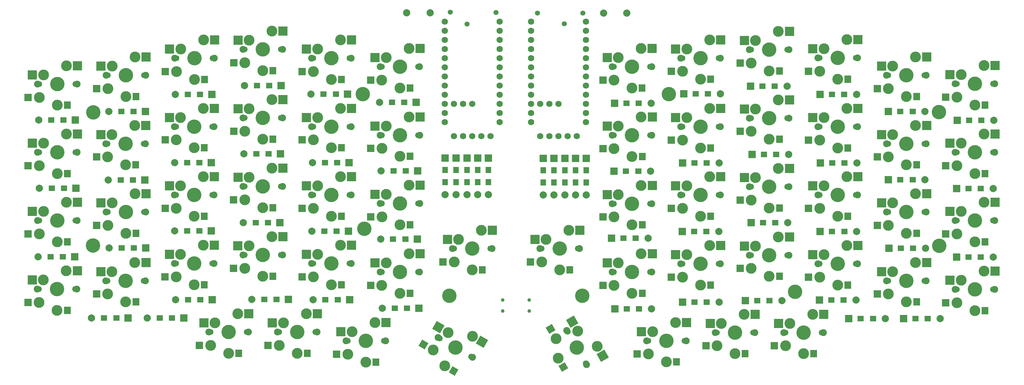
<source format=gbs>
%TF.GenerationSoftware,KiCad,Pcbnew,(6.0.10)*%
%TF.CreationDate,2023-09-30T09:22:21-05:00*%
%TF.ProjectId,RunType58,52756e54-7970-4653-9538-2e6b69636164,rev?*%
%TF.SameCoordinates,Original*%
%TF.FileFunction,Soldermask,Bot*%
%TF.FilePolarity,Negative*%
%FSLAX46Y46*%
G04 Gerber Fmt 4.6, Leading zero omitted, Abs format (unit mm)*
G04 Created by KiCad (PCBNEW (6.0.10)) date 2023-09-30 09:22:21*
%MOMM*%
%LPD*%
G01*
G04 APERTURE LIST*
G04 Aperture macros list*
%AMRotRect*
0 Rectangle, with rotation*
0 The origin of the aperture is its center*
0 $1 length*
0 $2 width*
0 $3 Rotation angle, in degrees counterclockwise*
0 Add horizontal line*
21,1,$1,$2,0,0,$3*%
G04 Aperture macros list end*
%ADD10C,1.397000*%
%ADD11C,4.000000*%
%ADD12C,1.752600*%
%ADD13C,0.100000*%
%ADD14C,1.700000*%
%ADD15C,3.000000*%
%ADD16C,1.900000*%
%ADD17R,2.000000X2.000000*%
%ADD18R,2.500000X2.500000*%
%ADD19R,1.900000X2.000000*%
%ADD20RotRect,2.000000X2.000000X150.000000*%
%ADD21RotRect,2.500000X2.500000X150.000000*%
%ADD22RotRect,1.900000X2.000000X150.000000*%
%ADD23C,2.000000*%
%ADD24R,1.500000X1.800000*%
%ADD25C,1.998980*%
%ADD26R,1.998980X1.998980*%
%ADD27R,1.800000X1.500000*%
%ADD28C,1.000000*%
%ADD29RotRect,2.000000X2.000000X120.000000*%
%ADD30RotRect,2.500000X2.500000X120.000000*%
%ADD31RotRect,1.900000X2.000000X120.000000*%
G04 APERTURE END LIST*
D10*
%TO.C,Bat+2*%
X149400000Y-27466500D03*
%TD*%
D11*
%TO.C,H2*%
X280520000Y-89110000D03*
%TD*%
%TO.C,H10*%
X240470000Y-101930000D03*
%TD*%
%TO.C,H9*%
X280430000Y-51960000D03*
%TD*%
%TO.C,H8*%
X205400000Y-46950000D03*
%TD*%
%TO.C,H7*%
X45540000Y-52020000D03*
%TD*%
%TO.C,H6*%
X144470000Y-102970000D03*
%TD*%
%TO.C,H5*%
X120840000Y-84370000D03*
%TD*%
%TO.C,H4*%
X45470000Y-89040000D03*
%TD*%
%TO.C,H3*%
X181390000Y-102950000D03*
%TD*%
%TO.C,H1*%
X120420000Y-46960000D03*
%TD*%
D12*
%TO.C,Display1*%
X155890000Y-58607312D03*
X153350000Y-58607312D03*
X150810000Y-58607312D03*
X148270000Y-58607312D03*
X145730000Y-58607312D03*
%TD*%
D13*
%TO.C,SW58*%
X117395000Y-112930000D03*
D11*
X121220000Y-115510000D03*
D14*
X116140000Y-115510000D03*
D15*
X123760000Y-110430000D03*
D14*
X126300000Y-115510000D03*
D15*
X117410000Y-112970000D03*
X116220000Y-119210000D03*
D16*
X115720000Y-115510000D03*
D15*
X121220000Y-121410000D03*
D16*
X126720000Y-115510000D03*
D17*
X113120000Y-119210000D03*
D18*
X114320000Y-112970000D03*
D19*
X124020000Y-121410000D03*
D18*
X126820000Y-110430000D03*
%TD*%
%TO.C,SW57*%
X107790000Y-108020000D03*
D19*
X104990000Y-119000000D03*
D18*
X95290000Y-110560000D03*
D17*
X94090000Y-116800000D03*
D16*
X107690000Y-113100000D03*
D15*
X102190000Y-119000000D03*
D16*
X96690000Y-113100000D03*
D15*
X97190000Y-116800000D03*
X98380000Y-110560000D03*
D14*
X107270000Y-113100000D03*
D15*
X104730000Y-108020000D03*
D14*
X97110000Y-113100000D03*
D11*
X102190000Y-113100000D03*
D13*
X98365000Y-110520000D03*
%TD*%
%TO.C,SW56*%
X144097453Y-113213154D03*
D11*
X146120000Y-117360000D03*
D14*
X141720591Y-114820000D03*
D15*
X150859705Y-114230591D03*
D14*
X150519409Y-119900000D03*
D15*
X144090443Y-113255295D03*
X139939873Y-118064294D03*
D16*
X141356860Y-114610000D03*
D15*
X143170000Y-122469550D03*
D16*
X150883140Y-120110000D03*
D20*
X137255194Y-116514294D03*
D21*
X141414425Y-111710295D03*
D22*
X145594871Y-123869550D03*
D21*
X153509742Y-115760591D03*
%TD*%
D13*
%TO.C,SW55*%
X79335000Y-110510000D03*
D11*
X83160000Y-113090000D03*
D14*
X78080000Y-113090000D03*
D15*
X85700000Y-108010000D03*
D14*
X88240000Y-113090000D03*
D15*
X79350000Y-110550000D03*
X78160000Y-116790000D03*
D16*
X77660000Y-113090000D03*
D15*
X83160000Y-118990000D03*
D16*
X88660000Y-113090000D03*
D17*
X75060000Y-116790000D03*
D18*
X76260000Y-110550000D03*
D19*
X85960000Y-118990000D03*
D18*
X88760000Y-108010000D03*
%TD*%
D13*
%TO.C,SW54*%
X50745000Y-96240000D03*
D11*
X54570000Y-98820000D03*
D14*
X49490000Y-98820000D03*
D15*
X57110000Y-93740000D03*
D14*
X59650000Y-98820000D03*
D15*
X50760000Y-96280000D03*
X49570000Y-102520000D03*
D16*
X49070000Y-98820000D03*
D15*
X54570000Y-104720000D03*
D16*
X60070000Y-98820000D03*
D17*
X46470000Y-102520000D03*
D18*
X47670000Y-96280000D03*
D19*
X57370000Y-104720000D03*
D18*
X60170000Y-93740000D03*
%TD*%
D13*
%TO.C,SW53*%
X31695000Y-98580000D03*
D11*
X35520000Y-101160000D03*
D14*
X30440000Y-101160000D03*
D15*
X38060000Y-96080000D03*
D14*
X40600000Y-101160000D03*
D15*
X31710000Y-98620000D03*
X30520000Y-104860000D03*
D16*
X30020000Y-101160000D03*
D15*
X35520000Y-107060000D03*
D16*
X41020000Y-101160000D03*
D17*
X27420000Y-104860000D03*
D18*
X28620000Y-98620000D03*
D19*
X38320000Y-107060000D03*
D18*
X41120000Y-96080000D03*
%TD*%
D13*
%TO.C,SW52*%
X146975000Y-87290000D03*
D11*
X150800000Y-89870000D03*
D14*
X145720000Y-89870000D03*
D15*
X153340000Y-84790000D03*
D14*
X155880000Y-89870000D03*
D15*
X146990000Y-87330000D03*
X145800000Y-93570000D03*
D16*
X145300000Y-89870000D03*
D15*
X150800000Y-95770000D03*
D16*
X156300000Y-89870000D03*
D17*
X142700000Y-93570000D03*
D18*
X143900000Y-87330000D03*
D19*
X153600000Y-95770000D03*
D18*
X156400000Y-84790000D03*
%TD*%
D13*
%TO.C,SW51*%
X107835000Y-91420000D03*
D11*
X111660000Y-94000000D03*
D14*
X106580000Y-94000000D03*
D15*
X114200000Y-88920000D03*
D14*
X116740000Y-94000000D03*
D15*
X107850000Y-91460000D03*
X106660000Y-97700000D03*
D16*
X106160000Y-94000000D03*
D15*
X111660000Y-99900000D03*
D16*
X117160000Y-94000000D03*
D17*
X103560000Y-97700000D03*
D18*
X104760000Y-91460000D03*
D19*
X114460000Y-99900000D03*
D18*
X117260000Y-88920000D03*
%TD*%
D13*
%TO.C,SW50*%
X88795000Y-89090000D03*
D11*
X92620000Y-91670000D03*
D14*
X87540000Y-91670000D03*
D15*
X95160000Y-86590000D03*
D14*
X97700000Y-91670000D03*
D15*
X88810000Y-89130000D03*
X87620000Y-95370000D03*
D16*
X87120000Y-91670000D03*
D15*
X92620000Y-97570000D03*
D16*
X98120000Y-91670000D03*
D17*
X84520000Y-95370000D03*
D18*
X85720000Y-89130000D03*
D19*
X95420000Y-97570000D03*
D18*
X98220000Y-86590000D03*
%TD*%
D13*
%TO.C,SW49*%
X69765000Y-91420000D03*
D11*
X73590000Y-94000000D03*
D14*
X68510000Y-94000000D03*
D15*
X76130000Y-88920000D03*
D14*
X78670000Y-94000000D03*
D15*
X69780000Y-91460000D03*
X68590000Y-97700000D03*
D16*
X68090000Y-94000000D03*
D15*
X73590000Y-99900000D03*
D16*
X79090000Y-94000000D03*
D17*
X65490000Y-97700000D03*
D18*
X66690000Y-91460000D03*
D19*
X76390000Y-99900000D03*
D18*
X79190000Y-88920000D03*
%TD*%
D13*
%TO.C,SW48*%
X126865000Y-93790000D03*
D11*
X130690000Y-96370000D03*
D14*
X125610000Y-96370000D03*
D15*
X133230000Y-91290000D03*
D14*
X135770000Y-96370000D03*
D15*
X126880000Y-93830000D03*
X125690000Y-100070000D03*
D16*
X125190000Y-96370000D03*
D15*
X130690000Y-102270000D03*
D16*
X136190000Y-96370000D03*
D17*
X122590000Y-100070000D03*
D18*
X123790000Y-93830000D03*
D19*
X133490000Y-102270000D03*
D18*
X136290000Y-91290000D03*
%TD*%
D13*
%TO.C,SW47*%
X50755000Y-77150000D03*
D11*
X54580000Y-79730000D03*
D14*
X49500000Y-79730000D03*
D15*
X57120000Y-74650000D03*
D14*
X59660000Y-79730000D03*
D15*
X50770000Y-77190000D03*
X49580000Y-83430000D03*
D16*
X49080000Y-79730000D03*
D15*
X54580000Y-85630000D03*
D16*
X60080000Y-79730000D03*
D17*
X46480000Y-83430000D03*
D18*
X47680000Y-77190000D03*
D19*
X57380000Y-85630000D03*
D18*
X60180000Y-74650000D03*
%TD*%
D13*
%TO.C,SW46*%
X31715000Y-79500000D03*
D11*
X35540000Y-82080000D03*
D14*
X30460000Y-82080000D03*
D15*
X38080000Y-77000000D03*
D14*
X40620000Y-82080000D03*
D15*
X31730000Y-79540000D03*
X30540000Y-85780000D03*
D16*
X30040000Y-82080000D03*
D15*
X35540000Y-87980000D03*
D16*
X41040000Y-82080000D03*
D17*
X27440000Y-85780000D03*
D18*
X28640000Y-79540000D03*
D19*
X38340000Y-87980000D03*
D18*
X41140000Y-77000000D03*
%TD*%
D13*
%TO.C,SW45*%
X107835000Y-72370000D03*
D11*
X111660000Y-74950000D03*
D14*
X106580000Y-74950000D03*
D15*
X114200000Y-69870000D03*
D14*
X116740000Y-74950000D03*
D15*
X107850000Y-72410000D03*
X106660000Y-78650000D03*
D16*
X106160000Y-74950000D03*
D15*
X111660000Y-80850000D03*
D16*
X117160000Y-74950000D03*
D17*
X103560000Y-78650000D03*
D18*
X104760000Y-72410000D03*
D19*
X114460000Y-80850000D03*
D18*
X117260000Y-69870000D03*
%TD*%
D13*
%TO.C,SW44*%
X88815000Y-70000000D03*
D11*
X92640000Y-72580000D03*
D14*
X87560000Y-72580000D03*
D15*
X95180000Y-67500000D03*
D14*
X97720000Y-72580000D03*
D15*
X88830000Y-70040000D03*
X87640000Y-76280000D03*
D16*
X87140000Y-72580000D03*
D15*
X92640000Y-78480000D03*
D16*
X98140000Y-72580000D03*
D17*
X84540000Y-76280000D03*
D18*
X85740000Y-70040000D03*
D19*
X95440000Y-78480000D03*
D18*
X98240000Y-67500000D03*
%TD*%
D13*
%TO.C,SW43*%
X69785000Y-72390000D03*
D11*
X73610000Y-74970000D03*
D14*
X68530000Y-74970000D03*
D15*
X76150000Y-69890000D03*
D14*
X78690000Y-74970000D03*
D15*
X69800000Y-72430000D03*
X68610000Y-78670000D03*
D16*
X68110000Y-74970000D03*
D15*
X73610000Y-80870000D03*
D16*
X79110000Y-74970000D03*
D17*
X65510000Y-78670000D03*
D18*
X66710000Y-72430000D03*
D19*
X76410000Y-80870000D03*
D18*
X79210000Y-69890000D03*
%TD*%
D13*
%TO.C,SW42*%
X126875000Y-74760000D03*
D11*
X130700000Y-77340000D03*
D14*
X125620000Y-77340000D03*
D15*
X133240000Y-72260000D03*
D14*
X135780000Y-77340000D03*
D15*
X126890000Y-74800000D03*
X125700000Y-81040000D03*
D16*
X125200000Y-77340000D03*
D15*
X130700000Y-83240000D03*
D16*
X136200000Y-77340000D03*
D17*
X122600000Y-81040000D03*
D18*
X123800000Y-74800000D03*
D19*
X133500000Y-83240000D03*
D18*
X136300000Y-72260000D03*
%TD*%
D13*
%TO.C,SW41*%
X50735000Y-58120000D03*
D11*
X54560000Y-60700000D03*
D14*
X49480000Y-60700000D03*
D15*
X57100000Y-55620000D03*
D14*
X59640000Y-60700000D03*
D15*
X50750000Y-58160000D03*
X49560000Y-64400000D03*
D16*
X49060000Y-60700000D03*
D15*
X54560000Y-66600000D03*
D16*
X60060000Y-60700000D03*
D17*
X46460000Y-64400000D03*
D18*
X47660000Y-58160000D03*
D19*
X57360000Y-66600000D03*
D18*
X60160000Y-55620000D03*
%TD*%
D13*
%TO.C,SW40*%
X31705000Y-60560000D03*
D11*
X35530000Y-63140000D03*
D14*
X30450000Y-63140000D03*
D15*
X38070000Y-58060000D03*
D14*
X40610000Y-63140000D03*
D15*
X31720000Y-60600000D03*
X30530000Y-66840000D03*
D16*
X30030000Y-63140000D03*
D15*
X35530000Y-69040000D03*
D16*
X41030000Y-63140000D03*
D17*
X27430000Y-66840000D03*
D18*
X28630000Y-60600000D03*
D19*
X38330000Y-69040000D03*
D18*
X41130000Y-58060000D03*
%TD*%
D13*
%TO.C,SW39*%
X126875000Y-55760000D03*
D11*
X130700000Y-58340000D03*
D14*
X125620000Y-58340000D03*
D15*
X133240000Y-53260000D03*
D14*
X135780000Y-58340000D03*
D15*
X126890000Y-55800000D03*
X125700000Y-62040000D03*
D16*
X125200000Y-58340000D03*
D15*
X130700000Y-64240000D03*
D16*
X136200000Y-58340000D03*
D17*
X122600000Y-62040000D03*
D18*
X123800000Y-55800000D03*
D19*
X133500000Y-64240000D03*
D18*
X136300000Y-53260000D03*
%TD*%
D13*
%TO.C,SW38*%
X107825000Y-53380000D03*
D11*
X111650000Y-55960000D03*
D14*
X106570000Y-55960000D03*
D15*
X114190000Y-50880000D03*
D14*
X116730000Y-55960000D03*
D15*
X107840000Y-53420000D03*
X106650000Y-59660000D03*
D16*
X106150000Y-55960000D03*
D15*
X111650000Y-61860000D03*
D16*
X117150000Y-55960000D03*
D17*
X103550000Y-59660000D03*
D18*
X104750000Y-53420000D03*
D19*
X114450000Y-61860000D03*
D18*
X117250000Y-50880000D03*
%TD*%
D13*
%TO.C,SW37*%
X88825000Y-51000000D03*
D11*
X92650000Y-53580000D03*
D14*
X87570000Y-53580000D03*
D15*
X95190000Y-48500000D03*
D14*
X97730000Y-53580000D03*
D15*
X88840000Y-51040000D03*
X87650000Y-57280000D03*
D16*
X87150000Y-53580000D03*
D15*
X92650000Y-59480000D03*
D16*
X98150000Y-53580000D03*
D17*
X84550000Y-57280000D03*
D18*
X85750000Y-51040000D03*
D19*
X95450000Y-59480000D03*
D18*
X98250000Y-48500000D03*
%TD*%
D13*
%TO.C,SW36*%
X69785000Y-53400000D03*
D11*
X73610000Y-55980000D03*
D14*
X68530000Y-55980000D03*
D15*
X76150000Y-50900000D03*
D14*
X78690000Y-55980000D03*
D15*
X69800000Y-53440000D03*
X68610000Y-59680000D03*
D16*
X68110000Y-55980000D03*
D15*
X73610000Y-61880000D03*
D16*
X79110000Y-55980000D03*
D17*
X65510000Y-59680000D03*
D18*
X66710000Y-53440000D03*
D19*
X76410000Y-61880000D03*
D18*
X79210000Y-50900000D03*
%TD*%
D13*
%TO.C,SW35*%
X126865000Y-36770000D03*
D11*
X130690000Y-39350000D03*
D14*
X125610000Y-39350000D03*
D15*
X133230000Y-34270000D03*
D14*
X135770000Y-39350000D03*
D15*
X126880000Y-36810000D03*
X125690000Y-43050000D03*
D16*
X125190000Y-39350000D03*
D15*
X130690000Y-45250000D03*
D16*
X136190000Y-39350000D03*
D17*
X122590000Y-43050000D03*
D18*
X123790000Y-36810000D03*
D19*
X133490000Y-45250000D03*
D18*
X136290000Y-34270000D03*
%TD*%
D13*
%TO.C,SW34*%
X107835000Y-34380000D03*
D11*
X111660000Y-36960000D03*
D14*
X106580000Y-36960000D03*
D15*
X114200000Y-31880000D03*
D14*
X116740000Y-36960000D03*
D15*
X107850000Y-34420000D03*
X106660000Y-40660000D03*
D16*
X106160000Y-36960000D03*
D15*
X111660000Y-42860000D03*
D16*
X117160000Y-36960000D03*
D17*
X103560000Y-40660000D03*
D18*
X104760000Y-34420000D03*
D19*
X114460000Y-42860000D03*
D18*
X117260000Y-31880000D03*
%TD*%
D13*
%TO.C,SW33*%
X88825000Y-31950000D03*
D11*
X92650000Y-34530000D03*
D14*
X87570000Y-34530000D03*
D15*
X95190000Y-29450000D03*
D14*
X97730000Y-34530000D03*
D15*
X88840000Y-31990000D03*
X87650000Y-38230000D03*
D16*
X87150000Y-34530000D03*
D15*
X92650000Y-40430000D03*
D16*
X98150000Y-34530000D03*
D17*
X84550000Y-38230000D03*
D18*
X85750000Y-31990000D03*
D19*
X95450000Y-40430000D03*
D18*
X98250000Y-29450000D03*
%TD*%
D13*
%TO.C,SW32*%
X69805000Y-34400000D03*
D11*
X73630000Y-36980000D03*
D14*
X68550000Y-36980000D03*
D15*
X76170000Y-31900000D03*
D14*
X78710000Y-36980000D03*
D15*
X69820000Y-34440000D03*
X68630000Y-40680000D03*
D16*
X68130000Y-36980000D03*
D15*
X73630000Y-42880000D03*
D16*
X79130000Y-36980000D03*
D17*
X65530000Y-40680000D03*
D18*
X66730000Y-34440000D03*
D19*
X76430000Y-42880000D03*
D18*
X79230000Y-31900000D03*
%TD*%
D13*
%TO.C,SW31*%
X50765000Y-39110000D03*
D11*
X54590000Y-41690000D03*
D14*
X49510000Y-41690000D03*
D15*
X57130000Y-36610000D03*
D14*
X59670000Y-41690000D03*
D15*
X50780000Y-39150000D03*
X49590000Y-45390000D03*
D16*
X49090000Y-41690000D03*
D15*
X54590000Y-47590000D03*
D16*
X60090000Y-41690000D03*
D17*
X46490000Y-45390000D03*
D18*
X47690000Y-39150000D03*
D19*
X57390000Y-47590000D03*
D18*
X60190000Y-36610000D03*
%TD*%
D13*
%TO.C,SW30*%
X31705000Y-41550000D03*
D11*
X35530000Y-44130000D03*
D14*
X30450000Y-44130000D03*
D15*
X38070000Y-39050000D03*
D14*
X40610000Y-44130000D03*
D15*
X31720000Y-41590000D03*
X30530000Y-47830000D03*
D16*
X30030000Y-44130000D03*
D15*
X35530000Y-50030000D03*
D16*
X41030000Y-44130000D03*
D17*
X27430000Y-47830000D03*
D18*
X28630000Y-41590000D03*
D19*
X38330000Y-50030000D03*
D18*
X41130000Y-39050000D03*
%TD*%
D23*
%TO.C,RSW2*%
X132630000Y-24350000D03*
X139130000Y-24350000D03*
%TD*%
D24*
%TO.C,D58*%
X149317460Y-71420000D03*
X149317460Y-68020000D03*
D25*
X149320000Y-74880000D03*
D26*
X149320000Y-64720000D03*
%TD*%
D24*
%TO.C,D57*%
X146310000Y-71420000D03*
X146310000Y-68020000D03*
D25*
X146312540Y-74880000D03*
D26*
X146312540Y-64720000D03*
%TD*%
D24*
%TO.C,D56*%
X143300000Y-71420000D03*
X143300000Y-68020000D03*
D25*
X143302540Y-74880000D03*
D26*
X143302540Y-64720000D03*
%TD*%
D24*
%TO.C,D55*%
X152317460Y-71420000D03*
X152317460Y-68020000D03*
D25*
X152320000Y-74880000D03*
D26*
X152320000Y-64720000D03*
%TD*%
D27*
%TO.C,D54*%
X64040000Y-109160000D03*
X67440000Y-109160000D03*
D25*
X60580000Y-109162540D03*
D26*
X70740000Y-109162540D03*
%TD*%
D27*
%TO.C,D53*%
X48550000Y-109160000D03*
X51950000Y-109160000D03*
D25*
X45090000Y-109162540D03*
D26*
X55250000Y-109162540D03*
%TD*%
%TO.C,D52*%
X155320000Y-64720000D03*
D25*
X155320000Y-74880000D03*
D24*
X155317460Y-68020000D03*
X155317460Y-71420000D03*
%TD*%
D27*
%TO.C,D51*%
X110020000Y-104120000D03*
X113420000Y-104120000D03*
D25*
X106560000Y-104122540D03*
D26*
X116720000Y-104122540D03*
%TD*%
D27*
%TO.C,D50*%
X93080000Y-103970000D03*
X96480000Y-103970000D03*
D25*
X89620000Y-103972540D03*
D26*
X99780000Y-103972540D03*
%TD*%
D27*
%TO.C,D49*%
X71860000Y-104080000D03*
X75260000Y-104080000D03*
D25*
X68400000Y-104082540D03*
D26*
X78560000Y-104082540D03*
%TD*%
D27*
%TO.C,D48*%
X129260000Y-106480000D03*
X132660000Y-106480000D03*
D25*
X125800000Y-106482540D03*
D26*
X135960000Y-106482540D03*
%TD*%
D27*
%TO.C,D47*%
X53420000Y-89680000D03*
X56820000Y-89680000D03*
D25*
X49960000Y-89682540D03*
D26*
X60120000Y-89682540D03*
%TD*%
D27*
%TO.C,D46*%
X33700000Y-92110000D03*
X37100000Y-92110000D03*
D25*
X30240000Y-92112540D03*
D26*
X40400000Y-92112540D03*
%TD*%
D27*
%TO.C,D45*%
X109750000Y-85000000D03*
X113150000Y-85000000D03*
D25*
X106290000Y-85002540D03*
D26*
X116450000Y-85002540D03*
%TD*%
D27*
%TO.C,D44*%
X90700000Y-82630000D03*
X94100000Y-82630000D03*
D25*
X87240000Y-82632540D03*
D26*
X97400000Y-82632540D03*
%TD*%
D27*
%TO.C,D43*%
X71660000Y-84950000D03*
X75060000Y-84950000D03*
D25*
X68200000Y-84952540D03*
D26*
X78360000Y-84952540D03*
%TD*%
D27*
%TO.C,D42*%
X128820000Y-87207460D03*
X132220000Y-87207460D03*
D25*
X125360000Y-87210000D03*
D26*
X135520000Y-87210000D03*
%TD*%
D27*
%TO.C,D41*%
X53200000Y-70780000D03*
X56600000Y-70780000D03*
D25*
X49740000Y-70782540D03*
D26*
X59900000Y-70782540D03*
%TD*%
D27*
%TO.C,D40*%
X34050000Y-73130000D03*
X37450000Y-73130000D03*
D25*
X30590000Y-73132540D03*
D26*
X40750000Y-73132540D03*
%TD*%
D27*
%TO.C,D39*%
X128980000Y-68257460D03*
X132380000Y-68257460D03*
D25*
X125520000Y-68260000D03*
D26*
X135680000Y-68260000D03*
%TD*%
D27*
%TO.C,D38*%
X109930000Y-66010000D03*
X113330000Y-66010000D03*
D25*
X106470000Y-66012540D03*
D26*
X116630000Y-66012540D03*
%TD*%
D27*
%TO.C,D37*%
X90820000Y-63520000D03*
X94220000Y-63520000D03*
D25*
X87360000Y-63522540D03*
D26*
X97520000Y-63522540D03*
%TD*%
D27*
%TO.C,D36*%
X71630000Y-65960000D03*
X75030000Y-65960000D03*
D25*
X68170000Y-65962540D03*
D26*
X78330000Y-65962540D03*
%TD*%
D27*
%TO.C,D35*%
X128510000Y-49220000D03*
X131910000Y-49220000D03*
D25*
X125050000Y-49222540D03*
D26*
X135210000Y-49222540D03*
%TD*%
D27*
%TO.C,D34*%
X109510000Y-46950000D03*
X112910000Y-46950000D03*
D25*
X106050000Y-46952540D03*
D26*
X116210000Y-46952540D03*
%TD*%
D27*
%TO.C,D33*%
X91030000Y-44550000D03*
X94430000Y-44550000D03*
D25*
X87570000Y-44552540D03*
D26*
X97730000Y-44552540D03*
%TD*%
D27*
%TO.C,D32*%
X71780000Y-47030000D03*
X75180000Y-47030000D03*
D25*
X68320000Y-47032540D03*
D26*
X78480000Y-47032540D03*
%TD*%
D27*
%TO.C,D31*%
X53340000Y-51800000D03*
X56740000Y-51800000D03*
D25*
X49880000Y-51802540D03*
D26*
X60040000Y-51802540D03*
%TD*%
D27*
%TO.C,D30*%
X33840000Y-54102540D03*
X37240000Y-54102540D03*
D25*
X30380000Y-54105080D03*
D26*
X40540000Y-54105080D03*
%TD*%
D23*
%TO.C,RSW1*%
X193750000Y-24440000D03*
X187250000Y-24440000D03*
%TD*%
D28*
%TO.C,SW_POWER2*%
X159300000Y-104200000D03*
X159300000Y-107200000D03*
%TD*%
D10*
%TO.C,BatGND2*%
X157370000Y-24220000D03*
%TD*%
%TO.C,BatEntry2*%
X144700000Y-24200000D03*
%TD*%
D28*
%TO.C,SW_POWER1*%
X166600000Y-107200000D03*
X166600000Y-104200000D03*
%TD*%
D10*
%TO.C,BatGND1*%
X181510000Y-24380000D03*
%TD*%
%TO.C,BatEntry1*%
X168946500Y-24450000D03*
%TD*%
%TO.C,Bat+1*%
X176350000Y-27376500D03*
%TD*%
D13*
%TO.C,SW29*%
X180121846Y-112797453D03*
D11*
X179800000Y-117400000D03*
D14*
X177260000Y-113000591D03*
D15*
X185469409Y-117059705D03*
D14*
X182340000Y-121799409D03*
D15*
X180094705Y-112830443D03*
X174095706Y-114919873D03*
D16*
X177050000Y-112636860D03*
D15*
X174690450Y-120350000D03*
D16*
X182550000Y-122163140D03*
D29*
X172545706Y-112235194D03*
D30*
X178549705Y-110154425D03*
D31*
X176090450Y-122774871D03*
D30*
X186999409Y-119709742D03*
%TD*%
D13*
%TO.C,SW28*%
X219975000Y-110620000D03*
D11*
X223800000Y-113200000D03*
D14*
X218720000Y-113200000D03*
D15*
X226340000Y-108120000D03*
D14*
X228880000Y-113200000D03*
D15*
X219990000Y-110660000D03*
X218800000Y-116900000D03*
D16*
X218300000Y-113200000D03*
D15*
X223800000Y-119100000D03*
D16*
X229300000Y-113200000D03*
D17*
X215700000Y-116900000D03*
D18*
X216900000Y-110660000D03*
D19*
X226600000Y-119100000D03*
D18*
X229400000Y-108120000D03*
%TD*%
D13*
%TO.C,SW27*%
X200875000Y-112920000D03*
D11*
X204700000Y-115500000D03*
D14*
X199620000Y-115500000D03*
D15*
X207240000Y-110420000D03*
D14*
X209780000Y-115500000D03*
D15*
X200890000Y-112960000D03*
X199700000Y-119200000D03*
D16*
X199200000Y-115500000D03*
D15*
X204700000Y-121400000D03*
D16*
X210200000Y-115500000D03*
D17*
X196600000Y-119200000D03*
D18*
X197800000Y-112960000D03*
D19*
X207500000Y-121400000D03*
D18*
X210300000Y-110420000D03*
%TD*%
D13*
%TO.C,SW26*%
X238975000Y-110620000D03*
D11*
X242800000Y-113200000D03*
D14*
X237720000Y-113200000D03*
D15*
X245340000Y-108120000D03*
D14*
X247880000Y-113200000D03*
D15*
X238990000Y-110660000D03*
X237800000Y-116900000D03*
D16*
X237300000Y-113200000D03*
D15*
X242800000Y-119100000D03*
D16*
X248300000Y-113200000D03*
D17*
X234700000Y-116900000D03*
D18*
X235900000Y-110660000D03*
D19*
X245600000Y-119100000D03*
D18*
X248400000Y-108120000D03*
%TD*%
D13*
%TO.C,SW25*%
X210375000Y-91520000D03*
D11*
X214200000Y-94100000D03*
D14*
X209120000Y-94100000D03*
D15*
X216740000Y-89020000D03*
D14*
X219280000Y-94100000D03*
D15*
X210390000Y-91560000D03*
X209200000Y-97800000D03*
D16*
X208700000Y-94100000D03*
D15*
X214200000Y-100000000D03*
D16*
X219700000Y-94100000D03*
D17*
X206100000Y-97800000D03*
D18*
X207300000Y-91560000D03*
D19*
X217000000Y-100000000D03*
D18*
X219800000Y-89020000D03*
%TD*%
D13*
%TO.C,SW24*%
X191375000Y-93820000D03*
D11*
X195200000Y-96400000D03*
D14*
X190120000Y-96400000D03*
D15*
X197740000Y-91320000D03*
D14*
X200280000Y-96400000D03*
D15*
X191390000Y-93860000D03*
X190200000Y-100100000D03*
D16*
X189700000Y-96400000D03*
D15*
X195200000Y-102300000D03*
D16*
X200700000Y-96400000D03*
D17*
X187100000Y-100100000D03*
D18*
X188300000Y-93860000D03*
D19*
X198000000Y-102300000D03*
D18*
X200800000Y-91320000D03*
%TD*%
D13*
%TO.C,SW23*%
X267575000Y-96220000D03*
D11*
X271400000Y-98800000D03*
D14*
X266320000Y-98800000D03*
D15*
X273940000Y-93720000D03*
D14*
X276480000Y-98800000D03*
D15*
X267590000Y-96260000D03*
X266400000Y-102500000D03*
D16*
X265900000Y-98800000D03*
D15*
X271400000Y-104700000D03*
D16*
X276900000Y-98800000D03*
D17*
X263300000Y-102500000D03*
D18*
X264500000Y-96260000D03*
D19*
X274200000Y-104700000D03*
D18*
X277000000Y-93720000D03*
%TD*%
D13*
%TO.C,SW22*%
X248475000Y-91520000D03*
D11*
X252300000Y-94100000D03*
D14*
X247220000Y-94100000D03*
D15*
X254840000Y-89020000D03*
D14*
X257380000Y-94100000D03*
D15*
X248490000Y-91560000D03*
X247300000Y-97800000D03*
D16*
X246800000Y-94100000D03*
D15*
X252300000Y-100000000D03*
D16*
X257800000Y-94100000D03*
D17*
X244200000Y-97800000D03*
D18*
X245400000Y-91560000D03*
D19*
X255100000Y-100000000D03*
D18*
X257900000Y-89020000D03*
%TD*%
D13*
%TO.C,SW21*%
X229475000Y-89120000D03*
D11*
X233300000Y-91700000D03*
D14*
X228220000Y-91700000D03*
D15*
X235840000Y-86620000D03*
D14*
X238380000Y-91700000D03*
D15*
X229490000Y-89160000D03*
X228300000Y-95400000D03*
D16*
X227800000Y-91700000D03*
D15*
X233300000Y-97600000D03*
D16*
X238800000Y-91700000D03*
D17*
X225200000Y-95400000D03*
D18*
X226400000Y-89160000D03*
D19*
X236100000Y-97600000D03*
D18*
X238900000Y-86620000D03*
%TD*%
D13*
%TO.C,SW20*%
X286575000Y-98620000D03*
D11*
X290400000Y-101200000D03*
D14*
X285320000Y-101200000D03*
D15*
X292940000Y-96120000D03*
D14*
X295480000Y-101200000D03*
D15*
X286590000Y-98660000D03*
X285400000Y-104900000D03*
D16*
X284900000Y-101200000D03*
D15*
X290400000Y-107100000D03*
D16*
X295900000Y-101200000D03*
D17*
X282300000Y-104900000D03*
D18*
X283500000Y-98660000D03*
D19*
X293200000Y-107100000D03*
D18*
X296000000Y-96120000D03*
%TD*%
D13*
%TO.C,SW19*%
X171275000Y-87320000D03*
D11*
X175100000Y-89900000D03*
D14*
X170020000Y-89900000D03*
D15*
X177640000Y-84820000D03*
D14*
X180180000Y-89900000D03*
D15*
X171290000Y-87360000D03*
X170100000Y-93600000D03*
D16*
X169600000Y-89900000D03*
D15*
X175100000Y-95800000D03*
D16*
X180600000Y-89900000D03*
D17*
X167000000Y-93600000D03*
D18*
X168200000Y-87360000D03*
D19*
X177900000Y-95800000D03*
D18*
X180700000Y-84820000D03*
%TD*%
D13*
%TO.C,SW18*%
X210375000Y-72420000D03*
D11*
X214200000Y-75000000D03*
D14*
X209120000Y-75000000D03*
D15*
X216740000Y-69920000D03*
D14*
X219280000Y-75000000D03*
D15*
X210390000Y-72460000D03*
X209200000Y-78700000D03*
D16*
X208700000Y-75000000D03*
D15*
X214200000Y-80900000D03*
D16*
X219700000Y-75000000D03*
D17*
X206100000Y-78700000D03*
D18*
X207300000Y-72460000D03*
D19*
X217000000Y-80900000D03*
D18*
X219800000Y-69920000D03*
%TD*%
D13*
%TO.C,SW17*%
X191375000Y-74820000D03*
D11*
X195200000Y-77400000D03*
D14*
X190120000Y-77400000D03*
D15*
X197740000Y-72320000D03*
D14*
X200280000Y-77400000D03*
D15*
X191390000Y-74860000D03*
X190200000Y-81100000D03*
D16*
X189700000Y-77400000D03*
D15*
X195200000Y-83300000D03*
D16*
X200700000Y-77400000D03*
D17*
X187100000Y-81100000D03*
D18*
X188300000Y-74860000D03*
D19*
X198000000Y-83300000D03*
D18*
X200800000Y-72320000D03*
%TD*%
D13*
%TO.C,SW16*%
X267575000Y-77120000D03*
D11*
X271400000Y-79700000D03*
D14*
X266320000Y-79700000D03*
D15*
X273940000Y-74620000D03*
D14*
X276480000Y-79700000D03*
D15*
X267590000Y-77160000D03*
X266400000Y-83400000D03*
D16*
X265900000Y-79700000D03*
D15*
X271400000Y-85600000D03*
D16*
X276900000Y-79700000D03*
D17*
X263300000Y-83400000D03*
D18*
X264500000Y-77160000D03*
D19*
X274200000Y-85600000D03*
D18*
X277000000Y-74620000D03*
%TD*%
D13*
%TO.C,SW15*%
X248475000Y-72420000D03*
D11*
X252300000Y-75000000D03*
D14*
X247220000Y-75000000D03*
D15*
X254840000Y-69920000D03*
D14*
X257380000Y-75000000D03*
D15*
X248490000Y-72460000D03*
X247300000Y-78700000D03*
D16*
X246800000Y-75000000D03*
D15*
X252300000Y-80900000D03*
D16*
X257800000Y-75000000D03*
D17*
X244200000Y-78700000D03*
D18*
X245400000Y-72460000D03*
D19*
X255100000Y-80900000D03*
D18*
X257900000Y-69920000D03*
%TD*%
D13*
%TO.C,SW14*%
X229475000Y-70120000D03*
D11*
X233300000Y-72700000D03*
D14*
X228220000Y-72700000D03*
D15*
X235840000Y-67620000D03*
D14*
X238380000Y-72700000D03*
D15*
X229490000Y-70160000D03*
X228300000Y-76400000D03*
D16*
X227800000Y-72700000D03*
D15*
X233300000Y-78600000D03*
D16*
X238800000Y-72700000D03*
D17*
X225200000Y-76400000D03*
D18*
X226400000Y-70160000D03*
D19*
X236100000Y-78600000D03*
D18*
X238900000Y-67620000D03*
%TD*%
D13*
%TO.C,SW13*%
X286575000Y-79520000D03*
D11*
X290400000Y-82100000D03*
D14*
X285320000Y-82100000D03*
D15*
X292940000Y-77020000D03*
D14*
X295480000Y-82100000D03*
D15*
X286590000Y-79560000D03*
X285400000Y-85800000D03*
D16*
X284900000Y-82100000D03*
D15*
X290400000Y-88000000D03*
D16*
X295900000Y-82100000D03*
D17*
X282300000Y-85800000D03*
D18*
X283500000Y-79560000D03*
D19*
X293200000Y-88000000D03*
D18*
X296000000Y-77020000D03*
%TD*%
D13*
%TO.C,SW12*%
X210375000Y-53420000D03*
D11*
X214200000Y-56000000D03*
D14*
X209120000Y-56000000D03*
D15*
X216740000Y-50920000D03*
D14*
X219280000Y-56000000D03*
D15*
X210390000Y-53460000D03*
X209200000Y-59700000D03*
D16*
X208700000Y-56000000D03*
D15*
X214200000Y-61900000D03*
D16*
X219700000Y-56000000D03*
D17*
X206100000Y-59700000D03*
D18*
X207300000Y-53460000D03*
D19*
X217000000Y-61900000D03*
D18*
X219800000Y-50920000D03*
%TD*%
D13*
%TO.C,SW11*%
X191375000Y-55820000D03*
D11*
X195200000Y-58400000D03*
D14*
X190120000Y-58400000D03*
D15*
X197740000Y-53320000D03*
D14*
X200280000Y-58400000D03*
D15*
X191390000Y-55860000D03*
X190200000Y-62100000D03*
D16*
X189700000Y-58400000D03*
D15*
X195200000Y-64300000D03*
D16*
X200700000Y-58400000D03*
D17*
X187100000Y-62100000D03*
D18*
X188300000Y-55860000D03*
D19*
X198000000Y-64300000D03*
D18*
X200800000Y-53320000D03*
%TD*%
D13*
%TO.C,SW10*%
X267575000Y-58120000D03*
D11*
X271400000Y-60700000D03*
D14*
X266320000Y-60700000D03*
D15*
X273940000Y-55620000D03*
D14*
X276480000Y-60700000D03*
D15*
X267590000Y-58160000D03*
X266400000Y-64400000D03*
D16*
X265900000Y-60700000D03*
D15*
X271400000Y-66600000D03*
D16*
X276900000Y-60700000D03*
D17*
X263300000Y-64400000D03*
D18*
X264500000Y-58160000D03*
D19*
X274200000Y-66600000D03*
D18*
X277000000Y-55620000D03*
%TD*%
D13*
%TO.C,SW9*%
X248475000Y-53420000D03*
D11*
X252300000Y-56000000D03*
D14*
X247220000Y-56000000D03*
D15*
X254840000Y-50920000D03*
D14*
X257380000Y-56000000D03*
D15*
X248490000Y-53460000D03*
X247300000Y-59700000D03*
D16*
X246800000Y-56000000D03*
D15*
X252300000Y-61900000D03*
D16*
X257800000Y-56000000D03*
D17*
X244200000Y-59700000D03*
D18*
X245400000Y-53460000D03*
D19*
X255100000Y-61900000D03*
D18*
X257900000Y-50920000D03*
%TD*%
D13*
%TO.C,SW8*%
X229475000Y-51020000D03*
D11*
X233300000Y-53600000D03*
D14*
X228220000Y-53600000D03*
D15*
X235840000Y-48520000D03*
D14*
X238380000Y-53600000D03*
D15*
X229490000Y-51060000D03*
X228300000Y-57300000D03*
D16*
X227800000Y-53600000D03*
D15*
X233300000Y-59500000D03*
D16*
X238800000Y-53600000D03*
D17*
X225200000Y-57300000D03*
D18*
X226400000Y-51060000D03*
D19*
X236100000Y-59500000D03*
D18*
X238900000Y-48520000D03*
%TD*%
D13*
%TO.C,SW7*%
X286575000Y-60520000D03*
D11*
X290400000Y-63100000D03*
D14*
X285320000Y-63100000D03*
D15*
X292940000Y-58020000D03*
D14*
X295480000Y-63100000D03*
D15*
X286590000Y-60560000D03*
X285400000Y-66800000D03*
D16*
X284900000Y-63100000D03*
D15*
X290400000Y-69000000D03*
D16*
X295900000Y-63100000D03*
D17*
X282300000Y-66800000D03*
D18*
X283500000Y-60560000D03*
D19*
X293200000Y-69000000D03*
D18*
X296000000Y-58020000D03*
%TD*%
D13*
%TO.C,SW5*%
X267575000Y-39120000D03*
D11*
X271400000Y-41700000D03*
D14*
X266320000Y-41700000D03*
D15*
X273940000Y-36620000D03*
D14*
X276480000Y-41700000D03*
D15*
X267590000Y-39160000D03*
X266400000Y-45400000D03*
D16*
X265900000Y-41700000D03*
D15*
X271400000Y-47600000D03*
D16*
X276900000Y-41700000D03*
D17*
X263300000Y-45400000D03*
D18*
X264500000Y-39160000D03*
D19*
X274200000Y-47600000D03*
D18*
X277000000Y-36620000D03*
%TD*%
D13*
%TO.C,SW4*%
X248475000Y-34320000D03*
D11*
X252300000Y-36900000D03*
D14*
X247220000Y-36900000D03*
D15*
X254840000Y-31820000D03*
D14*
X257380000Y-36900000D03*
D15*
X248490000Y-34360000D03*
X247300000Y-40600000D03*
D16*
X246800000Y-36900000D03*
D15*
X252300000Y-42800000D03*
D16*
X257800000Y-36900000D03*
D17*
X244200000Y-40600000D03*
D18*
X245400000Y-34360000D03*
D19*
X255100000Y-42800000D03*
D18*
X257900000Y-31820000D03*
%TD*%
D13*
%TO.C,SW2*%
X286575000Y-41520000D03*
D11*
X290400000Y-44100000D03*
D14*
X285320000Y-44100000D03*
D15*
X292940000Y-39020000D03*
D14*
X295480000Y-44100000D03*
D15*
X286590000Y-41560000D03*
X285400000Y-47800000D03*
D16*
X284900000Y-44100000D03*
D15*
X290400000Y-50000000D03*
D16*
X295900000Y-44100000D03*
D17*
X282300000Y-47800000D03*
D18*
X283500000Y-41560000D03*
D19*
X293200000Y-50000000D03*
D18*
X296000000Y-39020000D03*
%TD*%
D13*
%TO.C,SW1*%
X191366208Y-36741497D03*
D11*
X195191208Y-39321497D03*
D14*
X190111208Y-39321497D03*
D15*
X197731208Y-34241497D03*
D14*
X200271208Y-39321497D03*
D15*
X191381208Y-36781497D03*
X190191208Y-43021497D03*
D16*
X189691208Y-39321497D03*
D15*
X195191208Y-45221497D03*
D16*
X200691208Y-39321497D03*
D17*
X187091208Y-43021497D03*
D18*
X188291208Y-36781497D03*
D19*
X197991208Y-45221497D03*
D18*
X200791208Y-34241497D03*
%TD*%
D13*
%TO.C,SW6*%
X210363008Y-34344196D03*
D11*
X214188008Y-36924196D03*
D14*
X209108008Y-36924196D03*
D15*
X216728008Y-31844196D03*
D14*
X219268008Y-36924196D03*
D15*
X210378008Y-34384196D03*
X209188008Y-40624196D03*
D16*
X208688008Y-36924196D03*
D15*
X214188008Y-42824196D03*
D16*
X219688008Y-36924196D03*
D17*
X206088008Y-40624196D03*
D18*
X207288008Y-34384196D03*
D19*
X216988008Y-42824196D03*
D18*
X219788008Y-31844196D03*
%TD*%
D13*
%TO.C,SW3*%
X229475000Y-32020000D03*
D11*
X233300000Y-34600000D03*
D14*
X228220000Y-34600000D03*
D15*
X235840000Y-29520000D03*
D14*
X238380000Y-34600000D03*
D15*
X229490000Y-32060000D03*
X228300000Y-38300000D03*
D16*
X227800000Y-34600000D03*
D15*
X233300000Y-40500000D03*
D16*
X238800000Y-34600000D03*
D17*
X225200000Y-38300000D03*
D18*
X226400000Y-32060000D03*
D19*
X236100000Y-40500000D03*
D18*
X238900000Y-29520000D03*
%TD*%
D24*
%TO.C,D29*%
X173500000Y-71500000D03*
X173500000Y-68100000D03*
D25*
X173502540Y-74960000D03*
D26*
X173502540Y-64800000D03*
%TD*%
D24*
%TO.C,D28*%
X179500000Y-71500000D03*
X179500000Y-68100000D03*
D25*
X179502540Y-74960000D03*
D26*
X179502540Y-64800000D03*
%TD*%
D24*
%TO.C,D27*%
X176500000Y-71500000D03*
X176500000Y-68100000D03*
D25*
X176502540Y-74960000D03*
D26*
X176502540Y-64800000D03*
%TD*%
D24*
%TO.C,D26*%
X182500000Y-71500000D03*
X182500000Y-68100000D03*
D25*
X182502540Y-74960000D03*
D26*
X182502540Y-64800000D03*
%TD*%
D27*
%TO.C,D25*%
X215900000Y-104800000D03*
X212500000Y-104800000D03*
D25*
X219360000Y-104797460D03*
D26*
X209200000Y-104797460D03*
%TD*%
D27*
%TO.C,D24*%
X197140000Y-106602540D03*
X193740000Y-106602540D03*
D25*
X200600000Y-106600000D03*
D26*
X190440000Y-106600000D03*
%TD*%
D27*
%TO.C,D23*%
X262100000Y-109300000D03*
X258700000Y-109300000D03*
D25*
X265560000Y-109297460D03*
D26*
X255400000Y-109297460D03*
%TD*%
D27*
%TO.C,D22*%
X253940000Y-104200000D03*
X250540000Y-104200000D03*
D25*
X257400000Y-104197460D03*
D26*
X247240000Y-104197460D03*
%TD*%
D27*
%TO.C,D21*%
X233330000Y-104350000D03*
X229930000Y-104350000D03*
D25*
X236790000Y-104347460D03*
D26*
X226630000Y-104347460D03*
%TD*%
D27*
%TO.C,D20*%
X277300000Y-109300000D03*
X273900000Y-109300000D03*
D25*
X280760000Y-109297460D03*
D26*
X270600000Y-109297460D03*
%TD*%
D24*
%TO.C,D19*%
X170500000Y-71500000D03*
X170500000Y-68100000D03*
D25*
X170502540Y-74960000D03*
D26*
X170502540Y-64800000D03*
%TD*%
D27*
%TO.C,D18*%
X215800000Y-85100000D03*
X212400000Y-85100000D03*
D25*
X219260000Y-85097460D03*
D26*
X209100000Y-85097460D03*
%TD*%
D27*
%TO.C,D17*%
X196200000Y-87000000D03*
X192800000Y-87000000D03*
D25*
X199660000Y-86997460D03*
D26*
X189500000Y-86997460D03*
%TD*%
D27*
%TO.C,D16*%
X273200000Y-89800000D03*
X269800000Y-89800000D03*
D25*
X276660000Y-89797460D03*
D26*
X266500000Y-89797460D03*
%TD*%
D27*
%TO.C,D15*%
X254140000Y-85102540D03*
X250740000Y-85102540D03*
D25*
X257600000Y-85100000D03*
D26*
X247440000Y-85100000D03*
%TD*%
D27*
%TO.C,D14*%
X234940000Y-82702540D03*
X231540000Y-82702540D03*
D25*
X238400000Y-82700000D03*
D26*
X228240000Y-82700000D03*
%TD*%
D27*
%TO.C,D13*%
X292000000Y-92200000D03*
X288600000Y-92200000D03*
D25*
X295460000Y-92197460D03*
D26*
X285300000Y-92197460D03*
%TD*%
D27*
%TO.C,D12*%
X215900000Y-66100000D03*
X212500000Y-66100000D03*
D25*
X219360000Y-66097460D03*
D26*
X209200000Y-66097460D03*
%TD*%
D27*
%TO.C,D11*%
X196900000Y-68400000D03*
X193500000Y-68400000D03*
D25*
X200360000Y-68397460D03*
D26*
X190200000Y-68397460D03*
%TD*%
D27*
%TO.C,D10*%
X273100000Y-70700000D03*
X269700000Y-70700000D03*
D25*
X276560000Y-70697460D03*
D26*
X266400000Y-70697460D03*
%TD*%
D27*
%TO.C,D9*%
X254200000Y-66100000D03*
X250800000Y-66100000D03*
D25*
X257660000Y-66097460D03*
D26*
X247500000Y-66097460D03*
%TD*%
D27*
%TO.C,D8*%
X235200000Y-63700000D03*
X231800000Y-63700000D03*
D25*
X238660000Y-63697460D03*
D26*
X228500000Y-63697460D03*
%TD*%
D27*
%TO.C,D7*%
X292040000Y-73202540D03*
X288640000Y-73202540D03*
D25*
X295500000Y-73200000D03*
D26*
X285340000Y-73200000D03*
%TD*%
D27*
%TO.C,D6*%
X216250000Y-46880000D03*
X212850000Y-46880000D03*
D25*
X219710000Y-46877460D03*
D26*
X209550000Y-46877460D03*
%TD*%
D27*
%TO.C,D5*%
X273100000Y-51800000D03*
X269700000Y-51800000D03*
D25*
X276560000Y-51797460D03*
D26*
X266400000Y-51797460D03*
%TD*%
D27*
%TO.C,D4*%
X254100000Y-47000000D03*
X250700000Y-47000000D03*
D25*
X257560000Y-46997460D03*
D26*
X247400000Y-46997460D03*
%TD*%
D27*
%TO.C,D3*%
X234800000Y-44700000D03*
X231400000Y-44700000D03*
D25*
X238260000Y-44697460D03*
D26*
X228100000Y-44697460D03*
%TD*%
D27*
%TO.C,D2*%
X292200000Y-54200000D03*
X288800000Y-54200000D03*
D25*
X295660000Y-54197460D03*
D26*
X285500000Y-54197460D03*
%TD*%
D27*
%TO.C,D1*%
X197000000Y-49500000D03*
X193600000Y-49500000D03*
D25*
X200460000Y-49497460D03*
D26*
X190300000Y-49497460D03*
%TD*%
D12*
%TO.C,U2*%
X143190000Y-26766750D03*
X143190000Y-29306750D03*
X143190000Y-31846750D03*
X143190000Y-34386750D03*
X143190000Y-36926750D03*
X143190000Y-39466750D03*
X143190000Y-42006750D03*
X143190000Y-44546750D03*
X143190000Y-47086750D03*
X143190000Y-49626750D03*
X143190000Y-52166750D03*
X158430000Y-54706750D03*
X158430000Y-52166750D03*
X158430000Y-49626750D03*
X158430000Y-47086750D03*
X158430000Y-44546750D03*
X158430000Y-42006750D03*
X158430000Y-39466750D03*
X158430000Y-36926750D03*
X158430000Y-34386750D03*
X158430000Y-31846750D03*
X158430000Y-29306750D03*
X143190000Y-54706750D03*
X158430000Y-26766750D03*
X145730000Y-49626750D03*
X148270000Y-49626750D03*
X150810000Y-49626750D03*
%TD*%
%TO.C,U1*%
X174780000Y-49630453D03*
X172240000Y-49630453D03*
X169700000Y-49630453D03*
X182400000Y-26770453D03*
X167160000Y-54710453D03*
X182400000Y-29310453D03*
X182400000Y-31850453D03*
X182400000Y-34390453D03*
X182400000Y-36930453D03*
X182400000Y-39470453D03*
X182400000Y-42010453D03*
X182400000Y-44550453D03*
X182400000Y-47090453D03*
X182400000Y-49630453D03*
X182400000Y-52170453D03*
X182400000Y-54710453D03*
X167160000Y-52170453D03*
X167160000Y-49630453D03*
X167160000Y-47090453D03*
X167160000Y-44550453D03*
X167160000Y-42010453D03*
X167160000Y-39470453D03*
X167160000Y-36930453D03*
X167160000Y-34390453D03*
X167160000Y-31850453D03*
X167160000Y-29310453D03*
X167160000Y-26770453D03*
%TD*%
%TO.C,Display2*%
X169700000Y-58630000D03*
X172240000Y-58630000D03*
X174780000Y-58630000D03*
X177320000Y-58630000D03*
X179860000Y-58630000D03*
%TD*%
M02*

</source>
